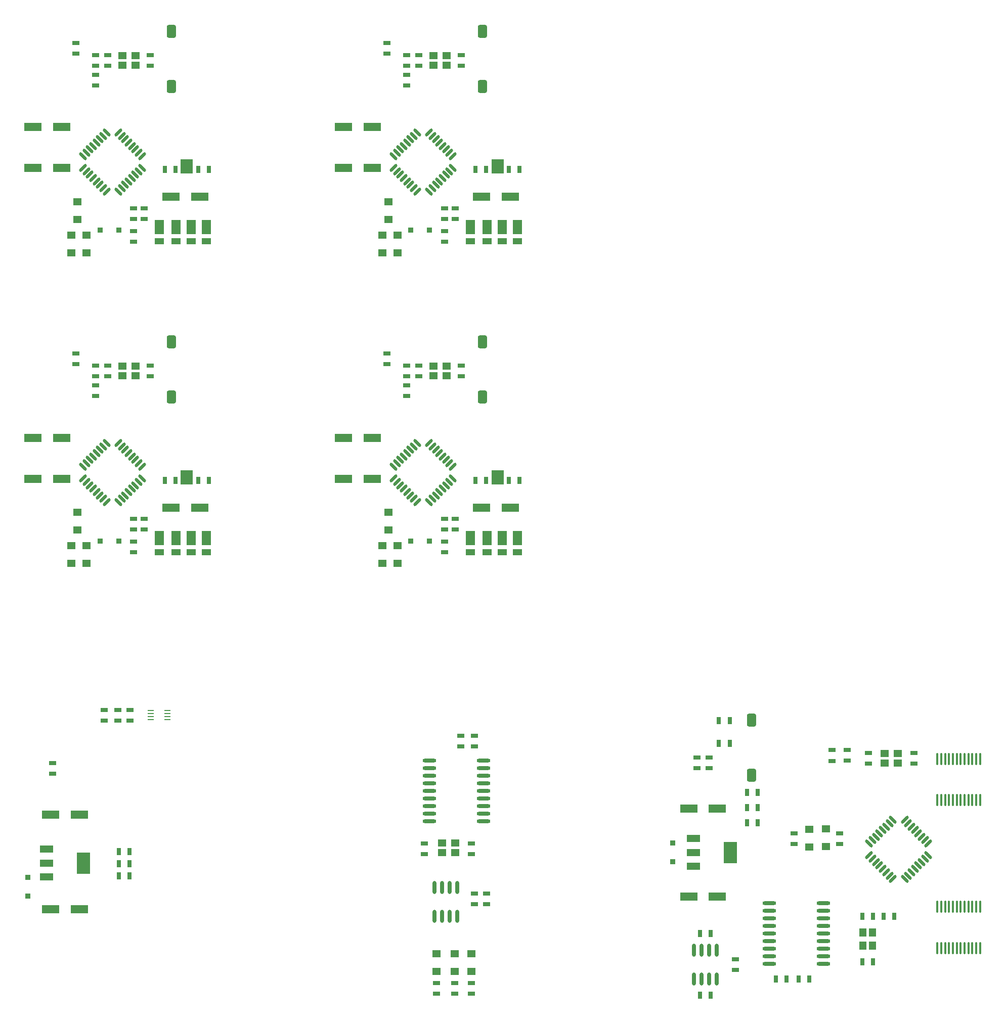
<source format=gtp>
G04 Layer_Color=8421504*
%FSLAX25Y25*%
%MOIN*%
G70*
G01*
G75*
%ADD10R,0.03150X0.04724*%
%ADD11R,0.04724X0.03150*%
%ADD12R,0.03740X0.03543*%
%ADD13R,0.11811X0.05512*%
%ADD14R,0.08661X0.14173*%
%ADD15R,0.08800X0.04800*%
%ADD16O,0.09055X0.02362*%
%ADD17R,0.05512X0.04724*%
G04:AMPARAMS|DCode=18|XSize=62.99mil|YSize=86.22mil|CornerRadius=15.75mil|HoleSize=0mil|Usage=FLASHONLY|Rotation=360.000|XOffset=0mil|YOffset=0mil|HoleType=Round|Shape=RoundedRectangle|*
%AMROUNDEDRECTD18*
21,1,0.06299,0.05472,0,0,360.0*
21,1,0.03150,0.08622,0,0,360.0*
1,1,0.03150,0.01575,-0.02736*
1,1,0.03150,-0.01575,-0.02736*
1,1,0.03150,-0.01575,0.02736*
1,1,0.03150,0.01575,0.02736*
%
%ADD18ROUNDEDRECTD18*%
%ADD19O,0.02362X0.08661*%
G04:AMPARAMS|DCode=20|XSize=21.65mil|YSize=64.96mil|CornerRadius=0mil|HoleSize=0mil|Usage=FLASHONLY|Rotation=135.000|XOffset=0mil|YOffset=0mil|HoleType=Round|Shape=Round|*
%AMOVALD20*
21,1,0.04331,0.02165,0.00000,0.00000,225.0*
1,1,0.02165,0.01531,0.01531*
1,1,0.02165,-0.01531,-0.01531*
%
%ADD20OVALD20*%

G04:AMPARAMS|DCode=21|XSize=21.65mil|YSize=64.96mil|CornerRadius=0mil|HoleSize=0mil|Usage=FLASHONLY|Rotation=45.000|XOffset=0mil|YOffset=0mil|HoleType=Round|Shape=Round|*
%AMOVALD21*
21,1,0.04331,0.02165,0.00000,0.00000,135.0*
1,1,0.02165,0.01531,-0.01531*
1,1,0.02165,-0.01531,0.01531*
%
%ADD21OVALD21*%

%ADD22O,0.01378X0.08268*%
%ADD23R,0.05512X0.04724*%
%ADD24R,0.04724X0.05512*%
%ADD27R,0.04409X0.01063*%
%ADD28R,0.11811X0.05512*%
%ADD30R,0.05000X0.02500*%
%ADD31R,0.03150X0.04724*%
%ADD32R,0.05906X0.09449*%
%ADD33R,0.05906X0.04134*%
%ADD34R,0.03543X0.03740*%
%ADD65R,0.08000X0.09600*%
D10*
X638020Y282398D02*
D03*
X645106D02*
D03*
X638020Y272398D02*
D03*
X645106D02*
D03*
X638020Y262398D02*
D03*
X645106D02*
D03*
X679106Y159398D02*
D03*
X672020D02*
D03*
X614106Y148898D02*
D03*
X607020D02*
D03*
X619520Y314898D02*
D03*
X626606D02*
D03*
X664106Y159398D02*
D03*
X657020D02*
D03*
X607020Y189398D02*
D03*
X614106D02*
D03*
X714020Y200898D02*
D03*
X721106D02*
D03*
Y170898D02*
D03*
X714020D02*
D03*
X735106Y200898D02*
D03*
X728020D02*
D03*
X619520Y329898D02*
D03*
X626606D02*
D03*
X231106Y243398D02*
D03*
X224020D02*
D03*
X231106Y235398D02*
D03*
X224020D02*
D03*
X231106Y227398D02*
D03*
X224020D02*
D03*
X283434Y488301D02*
D03*
X276348D02*
D03*
X488158D02*
D03*
X481072D02*
D03*
X283434Y693025D02*
D03*
X276348D02*
D03*
X488158D02*
D03*
X481072D02*
D03*
D11*
X699063Y248355D02*
D03*
Y255441D02*
D03*
X669063Y248355D02*
D03*
Y255441D02*
D03*
X630563Y172441D02*
D03*
Y165355D02*
D03*
X694263Y303255D02*
D03*
Y310341D02*
D03*
X704063Y303355D02*
D03*
Y310441D02*
D03*
X613063Y298355D02*
D03*
Y305441D02*
D03*
X748063Y308441D02*
D03*
Y301355D02*
D03*
X718063D02*
D03*
Y308441D02*
D03*
X605063Y305441D02*
D03*
Y298355D02*
D03*
X458563Y312855D02*
D03*
Y319941D02*
D03*
X449563D02*
D03*
Y312855D02*
D03*
X456563Y248941D02*
D03*
Y241855D02*
D03*
X425563D02*
D03*
Y248941D02*
D03*
X180563Y294855D02*
D03*
Y301941D02*
D03*
X466563Y215941D02*
D03*
Y208855D02*
D03*
X458563D02*
D03*
Y215941D02*
D03*
X456563Y156941D02*
D03*
Y149855D02*
D03*
X445563Y156941D02*
D03*
Y149855D02*
D03*
X433563Y156941D02*
D03*
Y149855D02*
D03*
X231563Y329855D02*
D03*
Y336941D02*
D03*
X223563Y329855D02*
D03*
Y336941D02*
D03*
X214563D02*
D03*
Y329855D02*
D03*
X233891Y440758D02*
D03*
Y447844D02*
D03*
X240891Y455758D02*
D03*
Y462844D02*
D03*
X233891D02*
D03*
Y455758D02*
D03*
X208891Y543758D02*
D03*
Y550844D02*
D03*
X195891Y564758D02*
D03*
Y571844D02*
D03*
X208891Y556758D02*
D03*
Y563844D02*
D03*
X216891Y556758D02*
D03*
Y563844D02*
D03*
X244890Y556758D02*
D03*
Y563844D02*
D03*
X438615Y440758D02*
D03*
Y447844D02*
D03*
X445615Y455758D02*
D03*
Y462844D02*
D03*
X438615D02*
D03*
Y455758D02*
D03*
X413615Y543758D02*
D03*
Y550844D02*
D03*
X400615Y564758D02*
D03*
Y571844D02*
D03*
X413615Y556758D02*
D03*
Y563844D02*
D03*
X421615Y556758D02*
D03*
Y563844D02*
D03*
X449615Y556758D02*
D03*
Y563844D02*
D03*
X233891Y645482D02*
D03*
Y652568D02*
D03*
X240891Y660482D02*
D03*
Y667568D02*
D03*
X233891D02*
D03*
Y660482D02*
D03*
X208891Y748482D02*
D03*
Y755568D02*
D03*
X195891Y769482D02*
D03*
Y776568D02*
D03*
X208891Y761482D02*
D03*
Y768568D02*
D03*
X216891Y761482D02*
D03*
Y768568D02*
D03*
X244890Y761482D02*
D03*
Y768568D02*
D03*
X438615Y645482D02*
D03*
Y652568D02*
D03*
X445615Y660482D02*
D03*
Y667568D02*
D03*
X438615D02*
D03*
Y660482D02*
D03*
X413615Y748482D02*
D03*
Y755568D02*
D03*
X400615Y769482D02*
D03*
Y776568D02*
D03*
X413615Y761482D02*
D03*
Y768568D02*
D03*
X421615Y761482D02*
D03*
Y768568D02*
D03*
X449615Y761482D02*
D03*
Y768568D02*
D03*
D12*
X589063Y249099D02*
D03*
Y236697D02*
D03*
X164063Y226599D02*
D03*
Y214197D02*
D03*
D13*
X599614Y213898D02*
D03*
X618512D02*
D03*
Y271898D02*
D03*
X599614D02*
D03*
X186340Y489301D02*
D03*
X167442D02*
D03*
X186340Y516301D02*
D03*
X167442D02*
D03*
X391064Y489301D02*
D03*
X372166D02*
D03*
X391064Y516301D02*
D03*
X372166D02*
D03*
X186340Y694025D02*
D03*
X167442D02*
D03*
X186340Y721025D02*
D03*
X167442D02*
D03*
X391064Y694025D02*
D03*
X372166D02*
D03*
X391064Y721025D02*
D03*
X372166D02*
D03*
D14*
X627264Y242898D02*
D03*
X200764Y235898D02*
D03*
D15*
X602863Y233798D02*
D03*
Y242898D02*
D03*
Y251998D02*
D03*
X176363Y244998D02*
D03*
Y235898D02*
D03*
Y226798D02*
D03*
D16*
X688476Y169398D02*
D03*
Y174398D02*
D03*
Y179398D02*
D03*
Y184398D02*
D03*
Y189398D02*
D03*
Y194398D02*
D03*
Y199398D02*
D03*
Y204398D02*
D03*
Y209398D02*
D03*
X652650Y169398D02*
D03*
Y174398D02*
D03*
Y179398D02*
D03*
Y184398D02*
D03*
Y189398D02*
D03*
Y194398D02*
D03*
Y199398D02*
D03*
Y204398D02*
D03*
Y209398D02*
D03*
X428650Y303398D02*
D03*
Y298398D02*
D03*
Y293398D02*
D03*
Y288398D02*
D03*
Y283398D02*
D03*
Y278398D02*
D03*
Y273398D02*
D03*
Y268398D02*
D03*
Y263398D02*
D03*
X464476Y303398D02*
D03*
Y298398D02*
D03*
Y293398D02*
D03*
Y288398D02*
D03*
Y283398D02*
D03*
Y278398D02*
D03*
Y273398D02*
D03*
Y268398D02*
D03*
Y263398D02*
D03*
D17*
X690063Y246692D02*
D03*
Y258504D02*
D03*
X679063Y246492D02*
D03*
Y258304D02*
D03*
X456563Y164492D02*
D03*
Y176304D02*
D03*
X445563Y164492D02*
D03*
Y176304D02*
D03*
X433563Y164492D02*
D03*
Y176304D02*
D03*
X202891Y445207D02*
D03*
Y433395D02*
D03*
X192891Y445207D02*
D03*
Y433395D02*
D03*
X196891Y467207D02*
D03*
Y455395D02*
D03*
X407615Y445207D02*
D03*
Y433395D02*
D03*
X397615Y445207D02*
D03*
Y433395D02*
D03*
X401615Y467207D02*
D03*
Y455395D02*
D03*
X202891Y649931D02*
D03*
Y638119D02*
D03*
X192891Y649931D02*
D03*
Y638119D02*
D03*
X196891Y671931D02*
D03*
Y660119D02*
D03*
X407615Y649931D02*
D03*
Y638119D02*
D03*
X397615Y649931D02*
D03*
Y638119D02*
D03*
X401615Y671931D02*
D03*
Y660119D02*
D03*
D18*
X641063Y329988D02*
D03*
Y293807D02*
D03*
X258891Y579391D02*
D03*
Y543210D02*
D03*
X463615Y579391D02*
D03*
Y543210D02*
D03*
X258891Y784116D02*
D03*
Y747935D02*
D03*
X463615Y784116D02*
D03*
Y747935D02*
D03*
D19*
X603063Y159449D02*
D03*
X608063D02*
D03*
X613063D02*
D03*
X618063D02*
D03*
X603063Y178347D02*
D03*
X608063D02*
D03*
X613063D02*
D03*
X618063D02*
D03*
X432063Y200949D02*
D03*
X437063D02*
D03*
X442063D02*
D03*
X447063D02*
D03*
X432063Y219846D02*
D03*
X437063D02*
D03*
X442063D02*
D03*
X447063D02*
D03*
D20*
X718576Y241000D02*
D03*
X720803Y238773D02*
D03*
X723030Y236546D02*
D03*
X725257Y234319D02*
D03*
X727484Y232092D02*
D03*
X729711Y229865D02*
D03*
X731939Y227638D02*
D03*
X734166Y225410D02*
D03*
X757550Y248795D02*
D03*
X755323Y251022D02*
D03*
X753096Y253249D02*
D03*
X750869Y255476D02*
D03*
X748642Y257703D02*
D03*
X746415Y259931D02*
D03*
X744188Y262158D02*
D03*
X741960Y264385D02*
D03*
X215993Y473814D02*
D03*
X213766Y476041D02*
D03*
X211539Y478268D02*
D03*
X209312Y480495D02*
D03*
X207085Y482722D02*
D03*
X204857Y484949D02*
D03*
X202630Y487176D02*
D03*
X200403Y489403D02*
D03*
X223788Y512788D02*
D03*
X226015Y510561D02*
D03*
X228242Y508334D02*
D03*
X230469Y506107D02*
D03*
X232696Y503880D02*
D03*
X234924Y501652D02*
D03*
X237151Y499425D02*
D03*
X239378Y497198D02*
D03*
X420718Y473814D02*
D03*
X418490Y476041D02*
D03*
X416263Y478268D02*
D03*
X414036Y480495D02*
D03*
X411809Y482722D02*
D03*
X409582Y484949D02*
D03*
X407355Y487176D02*
D03*
X405128Y489403D02*
D03*
X428512Y512788D02*
D03*
X430740Y510561D02*
D03*
X432967Y508334D02*
D03*
X435194Y506107D02*
D03*
X437421Y503880D02*
D03*
X439648Y501652D02*
D03*
X441875Y499425D02*
D03*
X444102Y497198D02*
D03*
X215993Y678538D02*
D03*
X213766Y680765D02*
D03*
X211539Y682992D02*
D03*
X209312Y685219D02*
D03*
X207085Y687446D02*
D03*
X204857Y689674D02*
D03*
X202630Y691901D02*
D03*
X200403Y694128D02*
D03*
X223788Y717512D02*
D03*
X226015Y715285D02*
D03*
X228242Y713058D02*
D03*
X230469Y710831D02*
D03*
X232696Y708604D02*
D03*
X234924Y706377D02*
D03*
X237151Y704150D02*
D03*
X239378Y701923D02*
D03*
X420718Y678538D02*
D03*
X418490Y680765D02*
D03*
X416263Y682992D02*
D03*
X414036Y685219D02*
D03*
X411809Y687446D02*
D03*
X409582Y689674D02*
D03*
X407355Y691901D02*
D03*
X405128Y694128D02*
D03*
X428512Y717512D02*
D03*
X430740Y715285D02*
D03*
X432967Y713058D02*
D03*
X435194Y710831D02*
D03*
X437421Y708604D02*
D03*
X439648Y706377D02*
D03*
X441875Y704150D02*
D03*
X444102Y701923D02*
D03*
D21*
X741960Y225410D02*
D03*
X744188Y227638D02*
D03*
X746415Y229865D02*
D03*
X748642Y232092D02*
D03*
X750869Y234319D02*
D03*
X753096Y236546D02*
D03*
X755323Y238773D02*
D03*
X757550Y241000D02*
D03*
X734166Y264385D02*
D03*
X731939Y262158D02*
D03*
X729711Y259931D02*
D03*
X727484Y257703D02*
D03*
X725257Y255476D02*
D03*
X723030Y253249D02*
D03*
X720803Y251022D02*
D03*
X718576Y248795D02*
D03*
X200403Y497198D02*
D03*
X202630Y499425D02*
D03*
X204857Y501652D02*
D03*
X207085Y503880D02*
D03*
X209312Y506107D02*
D03*
X211539Y508334D02*
D03*
X213766Y510561D02*
D03*
X215993Y512788D02*
D03*
X239378Y489403D02*
D03*
X237151Y487176D02*
D03*
X234924Y484949D02*
D03*
X232696Y482722D02*
D03*
X230469Y480495D02*
D03*
X228242Y478268D02*
D03*
X226015Y476041D02*
D03*
X223788Y473814D02*
D03*
X405128Y497198D02*
D03*
X407355Y499425D02*
D03*
X409582Y501652D02*
D03*
X411809Y503880D02*
D03*
X414036Y506107D02*
D03*
X416263Y508334D02*
D03*
X418490Y510561D02*
D03*
X420718Y512788D02*
D03*
X444102Y489403D02*
D03*
X441875Y487176D02*
D03*
X439648Y484949D02*
D03*
X437421Y482722D02*
D03*
X435194Y480495D02*
D03*
X432967Y478268D02*
D03*
X430740Y476041D02*
D03*
X428512Y473814D02*
D03*
X200403Y701923D02*
D03*
X202630Y704150D02*
D03*
X204857Y706377D02*
D03*
X207085Y708604D02*
D03*
X209312Y710831D02*
D03*
X211539Y713058D02*
D03*
X213766Y715285D02*
D03*
X215993Y717512D02*
D03*
X239378Y694128D02*
D03*
X237151Y691901D02*
D03*
X234924Y689674D02*
D03*
X232696Y687446D02*
D03*
X230469Y685219D02*
D03*
X228242Y682992D02*
D03*
X226015Y680765D02*
D03*
X223788Y678538D02*
D03*
X405128Y701923D02*
D03*
X407355Y704150D02*
D03*
X409582Y706377D02*
D03*
X411809Y708604D02*
D03*
X414036Y710831D02*
D03*
X416263Y713058D02*
D03*
X418490Y715285D02*
D03*
X420718Y717512D02*
D03*
X444102Y694128D02*
D03*
X441875Y691901D02*
D03*
X439648Y689674D02*
D03*
X437421Y687446D02*
D03*
X435194Y685219D02*
D03*
X432967Y682992D02*
D03*
X430740Y680765D02*
D03*
X428512Y678538D02*
D03*
D22*
X763488Y277315D02*
D03*
X766047D02*
D03*
X768606D02*
D03*
X771165D02*
D03*
X773724D02*
D03*
X776284D02*
D03*
X778843D02*
D03*
X781402D02*
D03*
X783961D02*
D03*
X786520D02*
D03*
X789079D02*
D03*
X791638D02*
D03*
X763488Y304480D02*
D03*
X766047D02*
D03*
X768606D02*
D03*
X771165D02*
D03*
X773724D02*
D03*
X776284D02*
D03*
X778843D02*
D03*
X781402D02*
D03*
X783961D02*
D03*
X786520D02*
D03*
X789079D02*
D03*
X791638D02*
D03*
X763488Y179815D02*
D03*
X766047D02*
D03*
X768606D02*
D03*
X771165D02*
D03*
X773724D02*
D03*
X776284D02*
D03*
X778843D02*
D03*
X781402D02*
D03*
X783961D02*
D03*
X786520D02*
D03*
X789079D02*
D03*
X791638D02*
D03*
X763488Y206980D02*
D03*
X766047D02*
D03*
X768606D02*
D03*
X771165D02*
D03*
X773724D02*
D03*
X776284D02*
D03*
X778843D02*
D03*
X781402D02*
D03*
X783961D02*
D03*
X786520D02*
D03*
X789079D02*
D03*
X791638D02*
D03*
D23*
X728732Y301748D02*
D03*
Y308047D02*
D03*
X737394Y301748D02*
D03*
Y308047D02*
D03*
X445894Y249047D02*
D03*
Y242748D02*
D03*
X437232Y249047D02*
D03*
Y242748D02*
D03*
X226560Y557151D02*
D03*
Y563450D02*
D03*
X235221Y557151D02*
D03*
Y563450D02*
D03*
X431284Y557151D02*
D03*
Y563450D02*
D03*
X439946Y557151D02*
D03*
Y563450D02*
D03*
X226560Y761876D02*
D03*
Y768175D02*
D03*
X235221Y761876D02*
D03*
Y768175D02*
D03*
X431284Y761876D02*
D03*
Y768175D02*
D03*
X439946Y761876D02*
D03*
Y768175D02*
D03*
D24*
X720713Y181567D02*
D03*
X714413D02*
D03*
X720713Y190228D02*
D03*
X714413D02*
D03*
D27*
X245032Y334382D02*
D03*
X256095D02*
D03*
X245032Y336350D02*
D03*
Y332413D02*
D03*
Y330445D02*
D03*
X256095Y336350D02*
D03*
Y332413D02*
D03*
Y330445D02*
D03*
D28*
X198012Y205398D02*
D03*
X179114D02*
D03*
X198012Y267898D02*
D03*
X179114D02*
D03*
X258442Y470301D02*
D03*
X277340D02*
D03*
X463166D02*
D03*
X482064D02*
D03*
X258442Y675025D02*
D03*
X277340D02*
D03*
X463166D02*
D03*
X482064D02*
D03*
D30*
X268891Y491926D02*
D03*
Y488723D02*
D03*
X473615Y491926D02*
D03*
Y488723D02*
D03*
X268891Y696650D02*
D03*
Y693447D02*
D03*
X473615Y696650D02*
D03*
Y693447D02*
D03*
D31*
X254348Y488301D02*
D03*
X261434D02*
D03*
X459072D02*
D03*
X466158D02*
D03*
X254348Y693025D02*
D03*
X261434D02*
D03*
X459072D02*
D03*
X466158D02*
D03*
D32*
X271890Y450305D02*
D03*
X261891D02*
D03*
X281891D02*
D03*
X250890D02*
D03*
X476615D02*
D03*
X466615D02*
D03*
X486615D02*
D03*
X455615D02*
D03*
X271890Y655029D02*
D03*
X261891D02*
D03*
X281891D02*
D03*
X250890D02*
D03*
X476615D02*
D03*
X466615D02*
D03*
X486615D02*
D03*
X455615D02*
D03*
D33*
X271890Y440955D02*
D03*
X261891D02*
D03*
X281891D02*
D03*
X250890D02*
D03*
X476615D02*
D03*
X466615D02*
D03*
X486615D02*
D03*
X455615D02*
D03*
X271890Y645679D02*
D03*
X261891D02*
D03*
X281891D02*
D03*
X250890D02*
D03*
X476615D02*
D03*
X466615D02*
D03*
X486615D02*
D03*
X455615D02*
D03*
D34*
X211690Y448301D02*
D03*
X224092D02*
D03*
X416414D02*
D03*
X428816D02*
D03*
X211690Y653025D02*
D03*
X224092D02*
D03*
X416414D02*
D03*
X428816D02*
D03*
D65*
X268891Y490301D02*
D03*
X473615D02*
D03*
X268891Y695025D02*
D03*
X473615D02*
D03*
M02*

</source>
